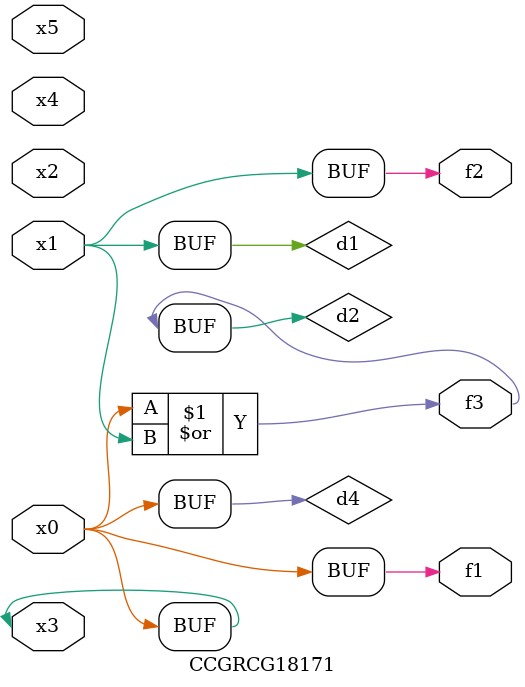
<source format=v>
module CCGRCG18171(
	input x0, x1, x2, x3, x4, x5,
	output f1, f2, f3
);

	wire d1, d2, d3, d4;

	and (d1, x1);
	or (d2, x0, x1);
	nand (d3, x0, x5);
	buf (d4, x0, x3);
	assign f1 = d4;
	assign f2 = d1;
	assign f3 = d2;
endmodule

</source>
